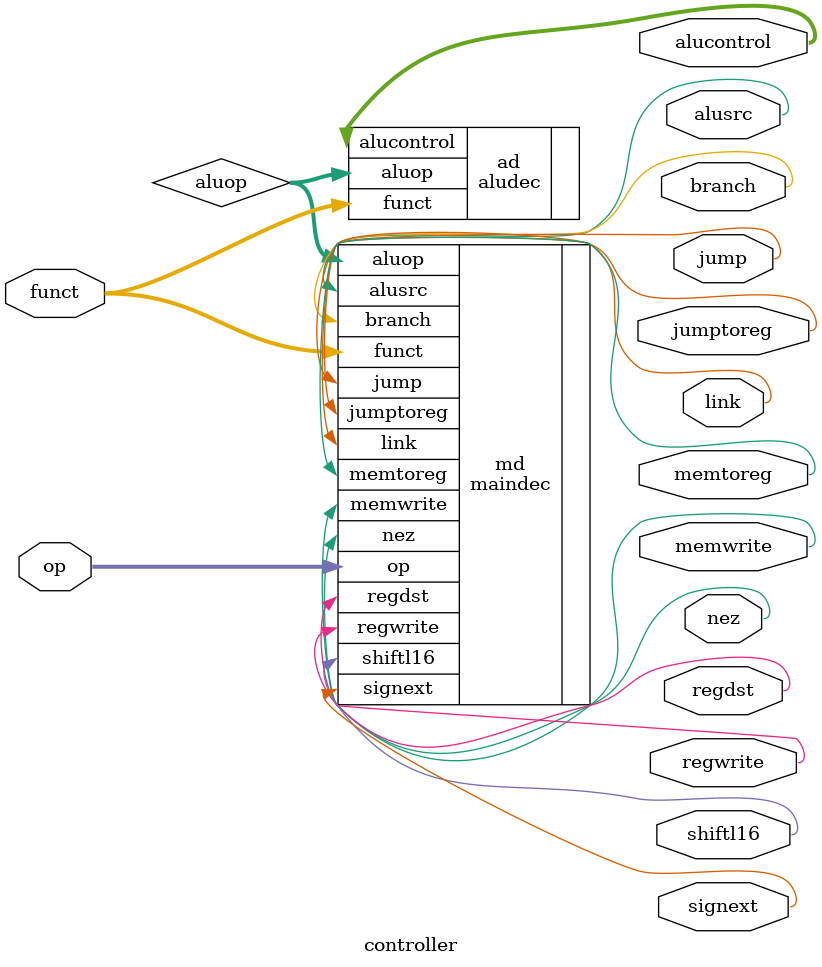
<source format=v>
`include "simparams.vh"

module controller(input  [5:0] op, funct,
                  output       signext,
                  output       shiftl16,
                  output       memtoreg, memwrite,
                  output       alusrc,
                  output       regdst, regwrite,
                  output       jump,
                  output       nez,
                  output       link,
                  output       branch,
                  output       jumptoreg,
                  output [2:0] alucontrol);

  wire [1:0] aluop;

  maindec md(
    .op       (op),
    .funct    (funct),
    .signext  (signext),
    .shiftl16 (shiftl16),
    .memtoreg (memtoreg),
    .memwrite (memwrite),
    .branch   (branch),
    .alusrc   (alusrc),
    .regdst   (regdst),
    .regwrite (regwrite),
    .jump     (jump),
    .link     (link),
    .nez      (nez),
    .jumptoreg(jumptoreg),
    .aluop    (aluop));

  aludec ad(
    .funct      (funct),
    .aluop      (aluop),
    .alucontrol (alucontrol));

endmodule

</source>
